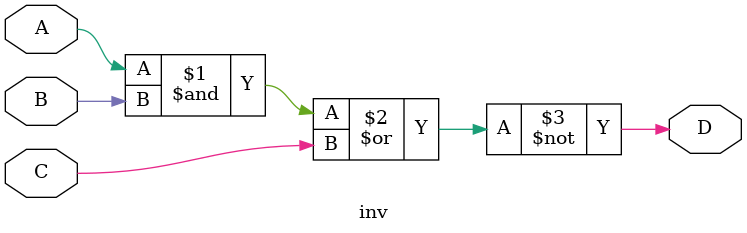
<source format=v>
`timescale 1ns / 1ps

module inv(
    input A,
    input B,
    input C,
    output D
    );
    
    assign D = ~( ( (A)&(B) ) | C );
    
endmodule

</source>
